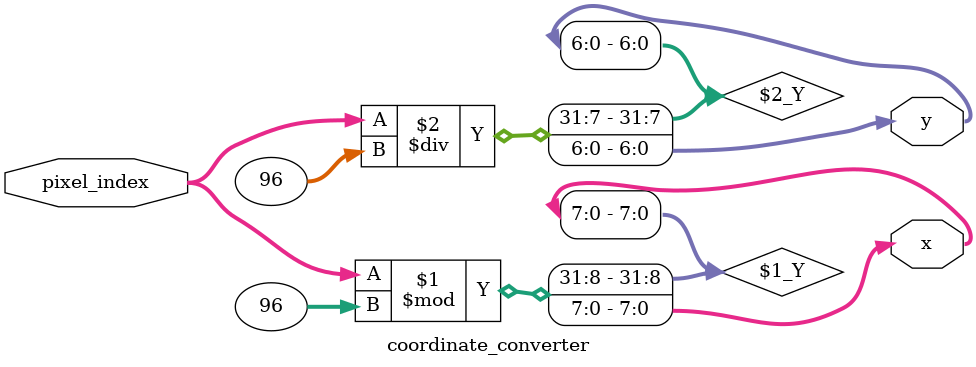
<source format=v>
`timescale 1ns / 1ps


module coordinate_converter(
    input [12:0] pixel_index,
    output [7:0] x,
    output [6:0] y
    );
    
    assign x = pixel_index % 96; // remainder is the column
    assign y = pixel_index / 96; // divide and the quotient is the row
    
    // x ranges from 0 to 95
    // y ranges from 0 to 63
endmodule

</source>
